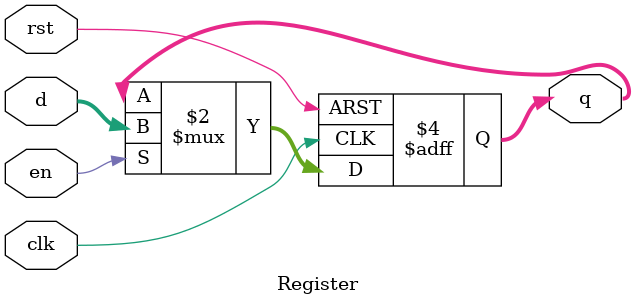
<source format=v>
module Register #(parameter WIDTH = 32) (clk, rst, d, en, q);
input clk;
input rst;
input [WIDTH-1:0] d;
input en;
output reg [WIDTH-1:0] q;

	always @(posedge clk or posedge rst) begin
		if (rst)
			q <= {WIDTH{1'b0}};
		else if(en)
			q <= d;
	end

endmodule

</source>
